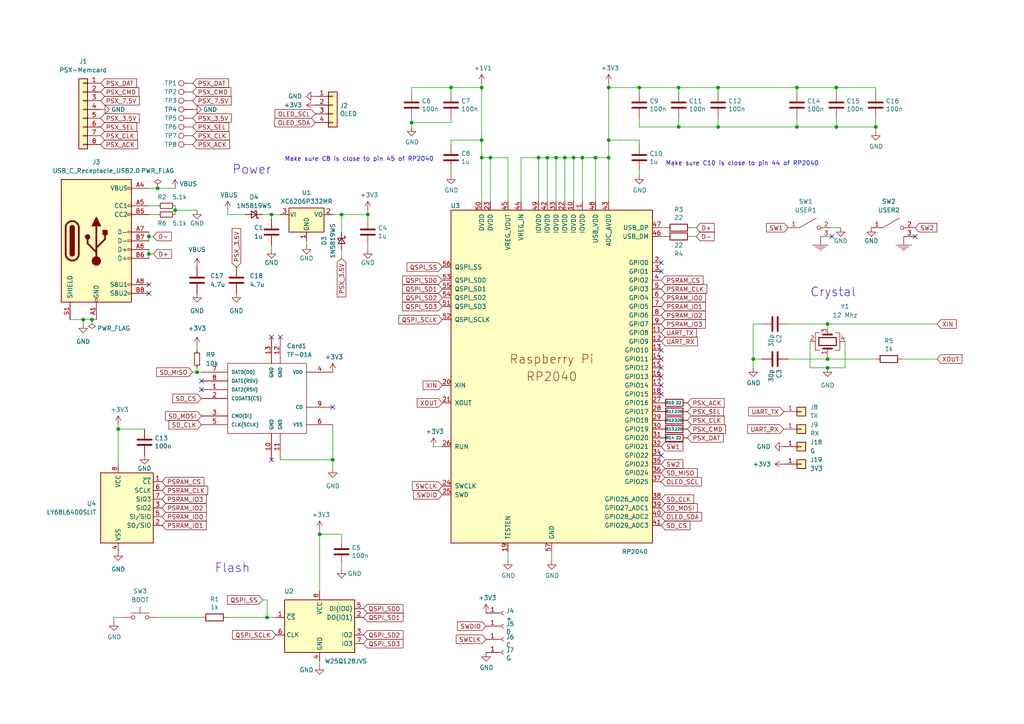
<source format=kicad_sch>
(kicad_sch (version 20211123) (generator eeschema)
  (paper "A4")
  (junction (at 240.03 106.68))
  (junction (at 50.8 60.96))
  (junction (at 158.75 45.72))
  (junction (at 43.18 68.58))
  (junction (at 168.91 45.72))
  (junction (at 166.37 45.72))
  (junction (at 43.18 73.66))
  (junction (at 231.14 36.83))
  (junction (at 176.53 40.64))
  (junction (at 231.14 25.4))
  (junction (at 161.29 45.72))
  (junction (at 163.83 45.72))
  (junction (at 106.68 62.23))
  (junction (at 242.57 25.4))
  (junction (at 26.67 92.71))
  (junction (at 254 36.83))
  (junction (at 96.52 133.35))
  (junction (at 240.03 93.98))
  (junction (at 218.44 104.14))
  (junction (at 196.85 36.83))
  (junction (at 130.81 25.4))
  (junction (at 240.03 104.14))
  (junction (at 92.71 154.94))
  (junction (at 139.7 40.64))
  (junction (at 139.7 45.72))
  (junction (at 57.15 107.95))
  (junction (at 78.74 62.23))
  (junction (at 185.42 25.4))
  (junction (at 99.06 62.23))
  (junction (at 242.57 36.83))
  (junction (at 45.72 54.61))
  (junction (at 196.85 25.4))
  (junction (at 24.13 92.71))
  (junction (at 176.53 25.4))
  (junction (at 142.24 45.72))
  (junction (at 156.21 45.72))
  (junction (at 77.47 179.07))
  (junction (at 172.72 45.72))
  (junction (at 34.29 124.46))
  (junction (at 119.38 35.56))
  (junction (at 208.28 36.83))
  (junction (at 139.7 25.4))
  (junction (at 176.53 45.72))
  (junction (at 208.28 25.4))
  (no_connect (at 43.18 82.55))
  (no_connect (at 43.18 85.09))
  (no_connect (at 191.77 109.22))
  (no_connect (at 265.43 68.58))
  (no_connect (at 241.3 68.58))
  (no_connect (at 191.77 132.08))
  (no_connect (at 96.52 118.11))
  (no_connect (at 58.42 110.49))
  (no_connect (at 58.42 113.03))
  (no_connect (at 191.77 104.14))
  (no_connect (at 191.77 101.6))
  (no_connect (at 191.77 78.74))
  (no_connect (at 191.77 76.2))
  (no_connect (at 191.77 106.68))
  (no_connect (at 191.77 111.76))
  (no_connect (at 191.77 114.3))
  (no_connect (at 78.74 133.35))
  (no_connect (at 78.74 97.79))
  (no_connect (at 81.28 97.79))
  (wire (pts (xy 242.57 36.83) (xy 254 36.83)))
  (wire (pts (xy 57.15 107.95) (xy 58.42 107.95)))
  (wire (pts (xy 130.81 35.56) (xy 130.81 34.29)))
  (wire (pts (xy 43.18 72.39) (xy 43.18 73.66)))
  (wire (pts (xy 200.66 68.58) (xy 201.93 68.58)))
  (wire (pts (xy 106.68 63.5) (xy 106.68 62.23)))
  (wire (pts (xy 185.42 41.91) (xy 185.42 40.64)))
  (wire (pts (xy 168.91 45.72) (xy 172.72 45.72)))
  (wire (pts (xy 33.02 179.07) (xy 35.56 179.07)))
  (wire (pts (xy 78.74 71.12) (xy 78.74 72.39)))
  (wire (pts (xy 34.29 123.19) (xy 34.29 124.46)))
  (wire (pts (xy 196.85 34.29) (xy 196.85 36.83)))
  (wire (pts (xy 34.29 124.46) (xy 34.29 134.62)))
  (wire (pts (xy 78.74 62.23) (xy 81.28 62.23)))
  (wire (pts (xy 196.85 25.4) (xy 208.28 25.4)))
  (wire (pts (xy 208.28 26.67) (xy 208.28 25.4)))
  (wire (pts (xy 119.38 25.4) (xy 130.81 25.4)))
  (wire (pts (xy 240.03 95.25) (xy 240.03 93.98)))
  (wire (pts (xy 254 26.67) (xy 254 25.4)))
  (wire (pts (xy 242.57 36.83) (xy 231.14 36.83)))
  (wire (pts (xy 43.18 54.61) (xy 45.72 54.61)))
  (wire (pts (xy 240.03 106.68) (xy 234.95 106.68)))
  (wire (pts (xy 254 34.29) (xy 254 36.83)))
  (wire (pts (xy 130.81 41.91) (xy 130.81 40.64)))
  (wire (pts (xy 43.18 62.23) (xy 45.72 62.23)))
  (wire (pts (xy 241.3 66.04) (xy 243.84 66.04)))
  (wire (pts (xy 240.03 93.98) (xy 271.78 93.98)))
  (wire (pts (xy 78.74 62.23) (xy 78.74 63.5)))
  (wire (pts (xy 34.29 124.46) (xy 41.91 124.46)))
  (wire (pts (xy 200.66 66.04) (xy 201.93 66.04)))
  (wire (pts (xy 218.44 93.98) (xy 218.44 104.14)))
  (wire (pts (xy 43.18 68.58) (xy 43.18 69.85)))
  (wire (pts (xy 228.6 104.14) (xy 240.03 104.14)))
  (wire (pts (xy 77.47 179.07) (xy 80.01 179.07)))
  (wire (pts (xy 158.75 58.42) (xy 158.75 45.72)))
  (wire (pts (xy 96.52 133.35) (xy 96.52 135.89)))
  (wire (pts (xy 151.13 58.42) (xy 151.13 45.72)))
  (wire (pts (xy 142.24 45.72) (xy 139.7 45.72)))
  (wire (pts (xy 57.15 106.68) (xy 57.15 107.95)))
  (wire (pts (xy 24.13 92.71) (xy 24.13 93.98)))
  (wire (pts (xy 228.6 93.98) (xy 240.03 93.98)))
  (wire (pts (xy 66.04 60.96) (xy 66.04 62.23)))
  (wire (pts (xy 231.14 26.67) (xy 231.14 25.4)))
  (wire (pts (xy 234.95 106.68) (xy 234.95 99.06)))
  (wire (pts (xy 231.14 34.29) (xy 231.14 36.83)))
  (wire (pts (xy 168.91 45.72) (xy 168.91 58.42)))
  (wire (pts (xy 242.57 34.29) (xy 242.57 36.83)))
  (wire (pts (xy 125.73 129.54) (xy 128.27 129.54)))
  (wire (pts (xy 147.32 160.02) (xy 147.32 162.56)))
  (wire (pts (xy 96.52 62.23) (xy 99.06 62.23)))
  (wire (pts (xy 119.38 34.29) (xy 119.38 35.56)))
  (wire (pts (xy 45.72 54.61) (xy 50.8 54.61)))
  (wire (pts (xy 119.38 35.56) (xy 119.38 36.83)))
  (wire (pts (xy 176.53 24.13) (xy 176.53 25.4)))
  (wire (pts (xy 161.29 45.72) (xy 163.83 45.72)))
  (wire (pts (xy 92.71 153.67) (xy 92.71 154.94)))
  (wire (pts (xy 151.13 45.72) (xy 156.21 45.72)))
  (wire (pts (xy 139.7 24.13) (xy 139.7 25.4)))
  (wire (pts (xy 130.81 40.64) (xy 139.7 40.64)))
  (wire (pts (xy 185.42 34.29) (xy 185.42 36.83)))
  (wire (pts (xy 139.7 45.72) (xy 139.7 58.42)))
  (wire (pts (xy 218.44 104.14) (xy 218.44 106.68)))
  (wire (pts (xy 160.02 160.02) (xy 160.02 162.56)))
  (wire (pts (xy 43.18 73.66) (xy 44.45 73.66)))
  (wire (pts (xy 242.57 25.4) (xy 254 25.4)))
  (wire (pts (xy 185.42 25.4) (xy 196.85 25.4)))
  (wire (pts (xy 185.42 49.53) (xy 185.42 50.8)))
  (wire (pts (xy 92.71 154.94) (xy 92.71 171.45)))
  (wire (pts (xy 196.85 36.83) (xy 185.42 36.83)))
  (wire (pts (xy 220.98 93.98) (xy 218.44 93.98)))
  (wire (pts (xy 130.81 25.4) (xy 139.7 25.4)))
  (wire (pts (xy 161.29 58.42) (xy 161.29 45.72)))
  (wire (pts (xy 99.06 154.94) (xy 92.71 154.94)))
  (wire (pts (xy 139.7 40.64) (xy 139.7 45.72)))
  (wire (pts (xy 106.68 62.23) (xy 106.68 60.96)))
  (wire (pts (xy 176.53 40.64) (xy 185.42 40.64)))
  (wire (pts (xy 43.18 68.58) (xy 44.45 68.58)))
  (wire (pts (xy 76.2 62.23) (xy 78.74 62.23)))
  (wire (pts (xy 33.02 180.34) (xy 33.02 179.07)))
  (wire (pts (xy 99.06 156.21) (xy 99.06 154.94)))
  (wire (pts (xy 163.83 45.72) (xy 166.37 45.72)))
  (wire (pts (xy 172.72 45.72) (xy 176.53 45.72)))
  (wire (pts (xy 158.75 45.72) (xy 161.29 45.72)))
  (wire (pts (xy 242.57 26.67) (xy 242.57 25.4)))
  (wire (pts (xy 139.7 25.4) (xy 139.7 40.64)))
  (wire (pts (xy 163.83 58.42) (xy 163.83 45.72)))
  (wire (pts (xy 245.11 106.68) (xy 240.03 106.68)))
  (wire (pts (xy 240.03 102.87) (xy 240.03 104.14)))
  (wire (pts (xy 99.06 163.83) (xy 99.06 165.1)))
  (wire (pts (xy 208.28 36.83) (xy 231.14 36.83)))
  (wire (pts (xy 76.2 173.99) (xy 77.47 173.99)))
  (wire (pts (xy 50.8 60.96) (xy 50.8 62.23)))
  (wire (pts (xy 50.8 59.69) (xy 50.8 60.96)))
  (wire (pts (xy 43.18 59.69) (xy 45.72 59.69)))
  (wire (pts (xy 106.68 71.12) (xy 106.68 72.39)))
  (wire (pts (xy 231.14 25.4) (xy 242.57 25.4)))
  (wire (pts (xy 96.52 123.19) (xy 96.52 133.35)))
  (wire (pts (xy 20.32 92.71) (xy 24.13 92.71)))
  (wire (pts (xy 24.13 92.71) (xy 26.67 92.71)))
  (wire (pts (xy 176.53 25.4) (xy 185.42 25.4)))
  (wire (pts (xy 240.03 104.14) (xy 254 104.14)))
  (wire (pts (xy 43.18 67.31) (xy 43.18 68.58)))
  (wire (pts (xy 66.04 62.23) (xy 71.12 62.23)))
  (wire (pts (xy 176.53 45.72) (xy 176.53 58.42)))
  (wire (pts (xy 254 36.83) (xy 254 38.1)))
  (wire (pts (xy 196.85 26.67) (xy 196.85 25.4)))
  (wire (pts (xy 119.38 35.56) (xy 130.81 35.56)))
  (wire (pts (xy 166.37 45.72) (xy 168.91 45.72)))
  (wire (pts (xy 50.8 60.96) (xy 57.15 60.96)))
  (wire (pts (xy 58.42 179.07) (xy 45.72 179.07)))
  (wire (pts (xy 55.88 107.95) (xy 57.15 107.95)))
  (wire (pts (xy 208.28 25.4) (xy 231.14 25.4)))
  (wire (pts (xy 99.06 72.39) (xy 99.06 74.93)))
  (wire (pts (xy 88.9 69.85) (xy 88.9 71.12)))
  (wire (pts (xy 99.06 62.23) (xy 106.68 62.23)))
  (wire (pts (xy 99.06 62.23) (xy 99.06 67.31)))
  (wire (pts (xy 208.28 34.29) (xy 208.28 36.83)))
  (wire (pts (xy 176.53 40.64) (xy 176.53 45.72)))
  (wire (pts (xy 156.21 58.42) (xy 156.21 45.72)))
  (wire (pts (xy 261.62 104.14) (xy 271.78 104.14)))
  (wire (pts (xy 245.11 99.06) (xy 245.11 106.68)))
  (wire (pts (xy 92.71 191.77) (xy 92.71 193.04)))
  (wire (pts (xy 142.24 58.42) (xy 142.24 45.72)))
  (wire (pts (xy 191.77 66.04) (xy 193.04 66.04)))
  (wire (pts (xy 43.18 73.66) (xy 43.18 74.93)))
  (wire (pts (xy 130.81 26.67) (xy 130.81 25.4)))
  (wire (pts (xy 191.77 68.58) (xy 193.04 68.58)))
  (wire (pts (xy 156.21 45.72) (xy 158.75 45.72)))
  (wire (pts (xy 172.72 58.42) (xy 172.72 45.72)))
  (wire (pts (xy 77.47 173.99) (xy 77.47 179.07)))
  (wire (pts (xy 119.38 26.67) (xy 119.38 25.4)))
  (wire (pts (xy 220.98 104.14) (xy 218.44 104.14)))
  (wire (pts (xy 57.15 100.33) (xy 57.15 101.6)))
  (wire (pts (xy 130.81 49.53) (xy 130.81 50.8)))
  (wire (pts (xy 147.32 45.72) (xy 142.24 45.72)))
  (wire (pts (xy 185.42 26.67) (xy 185.42 25.4)))
  (wire (pts (xy 166.37 58.42) (xy 166.37 45.72)))
  (wire (pts (xy 66.04 179.07) (xy 77.47 179.07)))
  (wire (pts (xy 208.28 36.83) (xy 196.85 36.83)))
  (wire (pts (xy 26.67 92.71) (xy 27.94 92.71)))
  (wire (pts (xy 81.28 133.35) (xy 96.52 133.35)))
  (wire (pts (xy 176.53 25.4) (xy 176.53 40.64)))
  (wire (pts (xy 147.32 58.42) (xy 147.32 45.72)))
  (text "Make sure C10 is close to pin 44 of RP2040" (at 193.04 48.26 0) (effects (font (size 1.27 1.27)) (justify left bottom)))
  (text "Make sure C8 is close to pin 45 of RP2040" (at 82.55 46.99 0) (effects (font (size 1.27 1.27)) (justify left bottom)))
  (text "Crystal" (at 234.95 86.36 0) (effects (font (size 2.54 2.54)) (justify left bottom)))
  (text "Power" (at 67.31 50.8 0) (effects (font (size 2.54 2.54)) (justify left bottom)))
  (text "Flash" (at 62.23 166.37 0) (effects (font (size 2.54 2.54)) (justify left bottom)))
  (global_label "SD_CLK" (shape input) (at 58.42 123.19 180) (property "Intersheet References" "${INTERSHEET_REFS}" (effects hide)))
  (global_label "PSRAM_IO2" (shape input) (at 191.77 91.44 0) (property "Intersheet References" "${INTERSHEET_REFS}" (effects hide)))
  (global_label "XOUT" (shape input) (at 128.27 116.84 180) (property "Intersheet References" "${INTERSHEET_REFS}" (effects hide)))
  (global_label "SD_MOSI" (shape input) (at 58.42 120.65 180) (property "Intersheet References" "${INTERSHEET_REFS}" (effects hide)))
  (global_label "PSX_CMD" (shape input) (at 55.88 26.67 0) (property "Intersheet References" "${INTERSHEET_REFS}" (effects hide)))
  (global_label "QSPI_SS" (shape input) (at 76.2 173.99 180) (property "Intersheet References" "${INTERSHEET_REFS}" (effects hide)))
  (global_label "PSRAM_CLK" (shape input) (at 191.77 83.82 0) (property "Intersheet References" "${INTERSHEET_REFS}" (effects hide)))
  (global_label "QSPI_SD1" (shape input) (at 105.41 179.07 0) (property "Intersheet References" "${INTERSHEET_REFS}" (effects hide)))
  (global_label "PSRAM_CS" (shape input) (at 46.99 139.7 0) (property "Intersheet References" "${INTERSHEET_REFS}" (effects hide)))
  (global_label "SWDIO" (shape input) (at 128.27 143.51 180) (property "Intersheet References" "${INTERSHEET_REFS}" (effects hide)))
  (global_label "QSPI_SD1" (shape input) (at 128.27 83.82 180) (property "Intersheet References" "${INTERSHEET_REFS}" (effects hide)))
  (global_label "PSX_ACK" (shape input) (at 29.21 41.91 0) (property "Intersheet References" "${INTERSHEET_REFS}" (effects hide)))
  (global_label "PSX_SEL" (shape input) (at 199.39 119.38 0) (property "Intersheet References" "${INTERSHEET_REFS}" (effects hide)))
  (global_label "PSX_3.5V" (shape input) (at 55.88 34.29 0) (property "Intersheet References" "${INTERSHEET_REFS}" (effects hide)))
  (global_label "UART_TX" (shape input) (at 191.77 96.52 0) (property "Intersheet References" "${INTERSHEET_REFS}" (effects hide)))
  (global_label "QSPI_SD3" (shape input) (at 128.27 88.9 180) (property "Intersheet References" "${INTERSHEET_REFS}" (effects hide)))
  (global_label "QSPI_SCLK" (shape input) (at 128.27 92.71 180) (property "Intersheet References" "${INTERSHEET_REFS}" (effects hide)))
  (global_label "D+" (shape input) (at 201.93 66.04 0) (property "Intersheet References" "${INTERSHEET_REFS}" (effects hide)))
  (global_label "UART_RX" (shape input) (at 227.33 124.46 180) (property "Intersheet References" "${INTERSHEET_REFS}" (effects hide)))
  (global_label "PSX_CMD" (shape input) (at 29.21 26.67 0) (property "Intersheet References" "${INTERSHEET_REFS}" (effects hide)))
  (global_label "XIN" (shape input) (at 128.27 111.76 180) (property "Intersheet References" "${INTERSHEET_REFS}" (effects hide)))
  (global_label "D+" (shape input) (at 44.45 73.66 0) (property "Intersheet References" "${INTERSHEET_REFS}" (effects hide)))
  (global_label "SW1" (shape input) (at 228.6 66.04 180) (property "Intersheet References" "${INTERSHEET_REFS}" (effects hide)))
  (global_label "PSX_3.5V" (shape input) (at 68.58 77.47 90) (property "Intersheet References" "${INTERSHEET_REFS}" (effects hide)))
  (global_label "XOUT" (shape input) (at 271.78 104.14 0) (property "Intersheet References" "${INTERSHEET_REFS}" (effects hide)))
  (global_label "OLED_SDA" (shape input) (at 91.44 35.56 180) (property "Intersheet References" "${INTERSHEET_REFS}" (effects hide)))
  (global_label "OLED_SDA" (shape input) (at 191.77 149.86 0) (property "Intersheet References" "${INTERSHEET_REFS}" (effects hide)))
  (global_label "PSX_CLK" (shape input) (at 199.39 121.92 0) (property "Intersheet References" "${INTERSHEET_REFS}" (effects hide)))
  (global_label "QSPI_SS" (shape input) (at 128.27 77.47 180) (property "Intersheet References" "${INTERSHEET_REFS}" (effects hide)))
  (global_label "PSRAM_IO0" (shape input) (at 191.77 86.36 0) (property "Intersheet References" "${INTERSHEET_REFS}" (effects hide)))
  (global_label "PSX_ACK" (shape input) (at 55.88 41.91 0) (property "Intersheet References" "${INTERSHEET_REFS}" (effects hide)))
  (global_label "PSX_SEL" (shape input) (at 55.88 36.83 0) (property "Intersheet References" "${INTERSHEET_REFS}" (effects hide)))
  (global_label "PSRAM_IO1" (shape input) (at 46.99 152.4 0) (property "Intersheet References" "${INTERSHEET_REFS}" (effects hide)))
  (global_label "PSX_3.5V" (shape input) (at 99.06 74.93 270) (property "Intersheet References" "${INTERSHEET_REFS}" (effects hide)))
  (global_label "PSRAM_IO3" (shape input) (at 191.77 93.98 0) (property "Intersheet References" "${INTERSHEET_REFS}" (effects hide)))
  (global_label "PSX_CLK" (shape input) (at 29.21 39.37 0) (property "Intersheet References" "${INTERSHEET_REFS}" (effects hide)))
  (global_label "QSPI_SD2" (shape input) (at 105.41 184.15 0) (property "Intersheet References" "${INTERSHEET_REFS}" (effects hide)))
  (global_label "QSPI_SD0" (shape input) (at 128.27 81.28 180) (property "Intersheet References" "${INTERSHEET_REFS}" (effects hide)))
  (global_label "SW2" (shape input) (at 265.43 66.04 0) (property "Intersheet References" "${INTERSHEET_REFS}" (effects hide)))
  (global_label "PSX_7.5V" (shape input) (at 29.21 29.21 0) (property "Intersheet References" "${INTERSHEET_REFS}" (effects hide)))
  (global_label "SW2" (shape input) (at 191.77 134.62 0) (property "Intersheet References" "${INTERSHEET_REFS}" (effects hide)))
  (global_label "SD_MISO" (shape input) (at 55.88 107.95 180) (property "Intersheet References" "${INTERSHEET_REFS}" (effects hide)))
  (global_label "PSRAM_IO0" (shape input) (at 46.99 149.86 0) (property "Intersheet References" "${INTERSHEET_REFS}" (effects hide)))
  (global_label "PSX_3.5V" (shape input) (at 29.21 34.29 0) (property "Intersheet References" "${INTERSHEET_REFS}" (effects hide)))
  (global_label "OLED_SCL" (shape input) (at 91.44 33.02 180) (property "Intersheet References" "${INTERSHEET_REFS}" (effects hide)))
  (global_label "D-" (shape input) (at 201.93 68.58 0) (property "Intersheet References" "${INTERSHEET_REFS}" (effects hide)))
  (global_label "QSPI_SCLK" (shape input) (at 80.01 184.15 180) (property "Intersheet References" "${INTERSHEET_REFS}" (effects hide)))
  (global_label "SD_MOSI" (shape input) (at 191.77 147.32 0) (property "Intersheet References" "${INTERSHEET_REFS}" (effects hide)))
  (global_label "PSRAM_CS" (shape input) (at 191.77 81.28 0) (property "Intersheet References" "${INTERSHEET_REFS}" (effects hide)))
  (global_label "PSRAM_IO1" (shape input) (at 191.77 88.9 0) (property "Intersheet References" "${INTERSHEET_REFS}" (effects hide)))
  (global_label "QSPI_SD3" (shape input) (at 105.41 186.69 0) (property "Intersheet References" "${INTERSHEET_REFS}" (effects hide)))
  (global_label "QSPI_SD2" (shape input) (at 128.27 86.36 180) (property "Intersheet References" "${INTERSHEET_REFS}" (effects hide)))
  (global_label "PSX_7.5V" (shape input) (at 55.88 29.21 0) (property "Intersheet References" "${INTERSHEET_REFS}" (effects hide)))
  (global_label "PSX_CMD" (shape input) (at 199.39 124.46 0) (property "Intersheet References" "${INTERSHEET_REFS}" (effects hide)))
  (global_label "PSX_CLK" (shape input) (at 55.88 39.37 0) (property "Intersheet References" "${INTERSHEET_REFS}" (effects hide)))
  (global_label "SW1" (shape input) (at 191.77 129.54 0) (property "Intersheet References" "${INTERSHEET_REFS}" (effects hide)))
  (global_label "UART_TX" (shape input) (at 227.33 119.38 180) (property "Intersheet References" "${INTERSHEET_REFS}" (effects hide)))
  (global_label "PSRAM_CLK" (shape input) (at 46.99 142.24 0) (property "Intersheet References" "${INTERSHEET_REFS}" (effects hide)))
  (global_label "PSX_ACK" (shape input) (at 199.39 116.84 0) (property "Intersheet References" "${INTERSHEET_REFS}" (effects hide)))
  (global_label "D-" (shape input) (at 44.45 68.58 0) (property "Intersheet References" "${INTERSHEET_REFS}" (effects hide)))
  (global_label "SWDIO" (shape input) (at 140.97 181.61 180) (property "Intersheet References" "${INTERSHEET_REFS}" (effects hide)))
  (global_label "SWCLK" (shape input) (at 128.27 140.97 180) (property "Intersheet References" "${INTERSHEET_REFS}" (effects hide)))
  (global_label "PSX_DAT" (shape input) (at 29.21 24.13 0) (property "Intersheet References" "${INTERSHEET_REFS}" (effects hide)))
  (global_label "OLED_SCL" (shape input) (at 191.77 139.7 0) (property "Intersheet References" "${INTERSHEET_REFS}" (effects hide)))
  (global_label "PSRAM_IO2" (shape input) (at 46.99 147.32 0) (property "Intersheet References" "${INTERSHEET_REFS}" (effects hide)))
  (global_label "PSX_DAT" (shape input) (at 199.39 127 0) (property "Intersheet References" "${INTERSHEET_REFS}" (effects hide)))
  (global_label "UART_RX" (shape input) (at 191.77 99.06 0) (property "Intersheet References" "${INTERSHEET_REFS}" (effects hide)))
  (global_label "SD_CLK" (shape input) (at 191.77 144.78 0) (property "Intersheet References" "${INTERSHEET_REFS}" (effects hide)))
  (global_label "XIN" (shape input) (at 271.78 93.98 0) (property "Intersheet References" "${INTERSHEET_REFS}" (effects hide)))
  (global_label "QSPI_SD0" (shape input) (at 105.41 176.53 0) (property "Intersheet References" "${INTERSHEET_REFS}" (effects hide)))
  (global_label "PSX_DAT" (shape input) (at 55.88 24.13 0) (property "Intersheet References" "${INTERSHEET_REFS}" (effects hide)))
  (global_label "SD_CS" (shape input) (at 191.77 152.4 0) (property "Intersheet References" "${INTERSHEET_REFS}" (effects hide)))
  (global_label "PSRAM_IO3" (shape input) (at 46.99 144.78 0) (property "Intersheet References" "${INTERSHEET_REFS}" (effects hide)))
  (global_label "SD_MISO" (shape input) (at 191.77 137.16 0) (property "Intersheet References" "${INTERSHEET_REFS}" (effects hide)))
  (global_label "SD_CS" (shape input) (at 58.42 115.57 180) (property "Intersheet References" "${INTERSHEET_REFS}" (effects hide)))
  (global_label "SWCLK" (shape input) (at 140.97 185.42 180) (property "Intersheet References" "${INTERSHEET_REFS}" (effects hide)))
  (global_label "PSX_SEL" (shape input) (at 29.21 36.83 0) (property "Intersheet References" "${INTERSHEET_REFS}" (effects hide)))
  (symbol (lib_id "power:+3V3") (at 125.73 129.54 0) (unit 1)
    (property "Reference" "#PWR0119" (effects hide))
    (property "Value" "+3V3" (at 126.111 125.1458 0))
  )
  (symbol (lib_id "Regulator_Linear:XC6206PxxxMR") (at 88.9 62.23 0) (unit 1)
    (property "Reference" "U1" (at 88.9 55.88 0))
    (property "Value" "XC6206P332MR" (at 88.9 58.42 0))
    (property "Footprint" "Package_TO_SOT_SMD:SOT-23" (effects hide))
    (property "Datasheet" "https://www.torexsemi.com/file/xc6206/XC6206.pdf" (effects hide))
    (property "LCSC" "C5446" (effects hide))
    (property "JLCPCB_CORRECTION" "0;0;180" (effects hide))
  )
  (symbol (lib_id "Device:C") (at 185.42 30.48 0) (unit 1)
    (property "Reference" "C9" (at 188.341 29.3116 0) (effects (justify left)))
    (property "Value" "100n" (at 188.341 31.623 0) (effects (justify left)))
    (property "Footprint" "Capacitor_SMD:C_0402_1005Metric" (effects hide))
    (property "LCSC" "C1525" (effects hide))
  )
  (symbol (lib_id "power:GND") (at 218.44 106.68 0) (unit 1)
    (property "Reference" "#PWR06" (effects hide))
    (property "Value" "GND" (at 218.567 111.0742 0))
  )
  (symbol (lib_id "Device:C") (at 208.28 30.48 0) (unit 1)
    (property "Reference" "C12" (at 211.201 29.3116 0) (effects (justify left)))
    (property "Value" "100n" (at 211.201 31.623 0) (effects (justify left)))
    (property "Footprint" "Capacitor_SMD:C_0402_1005Metric" (effects hide))
    (property "LCSC" "C1525" (effects hide))
  )
  (symbol (lib_id "power:GND") (at 119.38 36.83 0) (unit 1)
    (property "Reference" "#PWR012" (effects hide))
    (property "Value" "GND" (at 119.507 41.2242 0))
  )
  (symbol (lib_id "Memory_RAM:ESP-PSRAM32") (at 36.83 147.32 0) (unit 1)
    (property "Reference" "U4" (at 27.94 146.0499 0) (effects (justify right)))
    (property "Value" "LY68L6400SLIT" (at 27.94 148.5899 0) (effects (justify right)))
    (property "Footprint" "Package_SO:SOIC-8_3.9x4.9mm_P1.27mm" (effects hide))
    (property "Datasheet" "https://www.espressif.com/sites/default/files/documentation/esp-psram32_datasheet_en.pdf" (effects hide))
    (property "LCSC" "C261881" (effects hide))
    (property "JLCPCB_CORRECTION" "0;0;270" (effects hide))
  )
  (symbol (lib_id "Device:R_Small") (at 48.26 62.23 270) (unit 1)
    (property "Reference" "R6" (at 46.99 64.77 90))
    (property "Value" "5.1k" (at 52.07 64.77 90))
    (property "Footprint" "Resistor_SMD:R_0402_1005Metric" (effects hide))
    (property "LCSC" "C25905" (effects hide))
  )
  (symbol (lib_id "Connector:TestPoint") (at 55.88 26.67 90) (unit 1)
    (property "Reference" "TP2" (at 49.53 26.67 90))
    (property "Value" "TestPoint" (effects hide))
    (property "Footprint" "TestPoint:TestPoint_Pad_D1.0mm" (effects hide))
  )
  (symbol (lib_id "power:+1V1") (at 139.7 24.13 0) (unit 1)
    (property "Reference" "#PWR014" (effects hide))
    (property "Value" "+1V1" (at 140.081 19.7358 0))
  )
  (symbol (lib_id "power:VBUS") (at 50.8 54.61 0) (unit 1)
    (property "Reference" "#PWR0101" (effects hide))
    (property "Value" "VBUS" (at 54.61 53.34 0))
  )
  (symbol (lib_id "Connector_Generic:Conn_01x01") (at 232.41 129.54 0) (unit 1)
    (property "Reference" "J18" (at 234.95 128.2699 0) (effects (justify left)))
    (property "Value" "G" (at 234.95 130.8099 0) (effects (justify left)))
    (property "Footprint" "TestPoint:TestPoint_Pad_D1.0mm" (effects hide))
  )
  (symbol (lib_id "power:GND") (at 24.13 93.98 0) (unit 1)
    (property "Reference" "#PWR0106" (effects hide))
    (property "Value" "GND" (at 24.13 99.06 0))
  )
  (symbol (lib_id "power:GND") (at 33.02 180.34 0) (unit 1)
    (property "Reference" "#PWR02" (effects hide))
    (property "Value" "GND" (at 33.147 184.7342 0))
  )
  (symbol (lib_id "Connector:Conn_01x01_Female") (at 146.05 189.23 0) (unit 1)
    (property "Reference" "J7" (at 146.7612 188.5696 0) (effects (justify left)))
    (property "Value" "G" (at 146.7612 190.881 0) (effects (justify left)))
    (property "Footprint" "TestPoint:TestPoint_Pad_D1.5mm" (effects hide))
  )
  (symbol (lib_id "power:+3V3") (at 91.44 30.48 90) (unit 1)
    (property "Reference" "#PWR0115" (effects hide))
    (property "Value" "+3V3" (at 87.63 30.4799 90) (effects (justify left)))
  )
  (symbol (lib_id "power:GND") (at 227.33 129.54 270) (unit 1)
    (property "Reference" "#PWR020" (effects hide))
    (property "Value" "GND" (at 223.52 129.5399 90) (effects (justify right)))
  )
  (symbol (lib_id "Device:D_Schottky_Small") (at 73.66 62.23 180) (unit 1)
    (property "Reference" "D4" (at 73.66 57.15 0))
    (property "Value" "1N5819WS" (at 73.66 59.69 0))
    (property "Footprint" "Diode_SMD:D_SOD-323" (effects hide))
    (property "LCSC" "C191023" (effects hide))
  )
  (symbol (lib_id "Device:C") (at 130.81 30.48 0) (unit 1)
    (property "Reference" "C7" (at 133.731 29.3116 0) (effects (justify left)))
    (property "Value" "100n" (at 133.731 31.623 0) (effects (justify left)))
    (property "Footprint" "Capacitor_SMD:C_0402_1005Metric" (effects hide))
    (property "LCSC" "C1525" (effects hide))
  )
  (symbol (lib_id "Device:R") (at 195.58 119.38 270) (unit 1)
    (property "Reference" "R11" (at 194.31 119.38 90) (effects (font (size 0.8 0.8))))
    (property "Value" "220" (at 196.85 119.38 90) (effects (font (size 0.8 0.8))))
    (property "Footprint" "Resistor_SMD:R_0402_1005Metric" (effects hide))
    (property "LCSC" "C25091" (effects hide))
  )
  (symbol (lib_id "kicad_lceda:TF-01A") (at 77.47 115.57 0) (unit 1)
    (property "Reference" "Card1" (at 83.1457 100.33 0) (effects (justify left)))
    (property "Value" "TF-01A" (at 83.1457 102.87 0) (effects (justify left)))
    (property "Footprint" "kicad_lceda:TF-SMD_TF-01A" (effects hide))
    (property "Datasheet" "http://www.szlcsc.com/product/details_92334.html" (effects hide))
    (property "SuppliersPartNumber" "C91145" (effects hide))
    (property "uuid" "std:3d240747a85043e08408d9845ebe7995" (effects hide))
    (property "LCSC" "C91145" (effects hide))
  )
  (symbol (lib_id "power:+3V3") (at 57.15 100.33 0) (unit 1)
    (property "Reference" "#PWR0113" (effects hide))
    (property "Value" "+3V3" (at 57.15 95.25 0))
  )
  (symbol (lib_id "power:GND") (at 57.15 85.09 0) (unit 1)
    (property "Reference" "#PWR0112" (effects hide))
    (property "Value" "GND" (at 57.15 90.17 0))
  )
  (symbol (lib_id "power:GND") (at 34.29 160.02 0) (unit 1)
    (property "Reference" "#PWR0120" (effects hide))
    (property "Value" "GND" (at 34.29 165.1 0))
  )
  (symbol (lib_id "power:GND") (at 254 38.1 0) (unit 1)
    (property "Reference" "#PWR023" (effects hide))
    (property "Value" "GND" (at 254.127 42.4942 0))
  )
  (symbol (lib_id "Device:R") (at 195.58 124.46 270) (unit 1)
    (property "Reference" "R13" (at 194.31 124.46 90) (effects (font (size 0.8 0.8))))
    (property "Value" "220" (at 196.85 124.46 90) (effects (font (size 0.8 0.8))))
    (property "Footprint" "Resistor_SMD:R_0402_1005Metric" (effects hide))
    (property "LCSC" "C25091" (effects hide))
  )
  (symbol (lib_id "Connector:TestPoint") (at 55.88 36.83 90) (unit 1)
    (property "Reference" "TP6" (at 49.53 36.83 90))
    (property "Value" "TestPoint" (effects hide))
    (property "Footprint" "TestPoint:TestPoint_Pad_D1.0mm" (effects hide))
  )
  (symbol (lib_id "Device:C") (at 99.06 160.02 0) (unit 1)
    (property "Reference" "C5" (at 101.981 158.8516 0) (effects (justify left)))
    (property "Value" "100n" (at 101.981 161.163 0) (effects (justify left)))
    (property "Footprint" "Capacitor_SMD:C_0402_1005Metric" (effects hide))
    (property "LCSC" "C1525" (effects hide))
  )
  (symbol (lib_id "power:GND") (at 41.91 132.08 0) (unit 1)
    (property "Reference" "#PWR022" (effects hide))
    (property "Value" "GND" (at 41.91 135.89 0))
  )
  (symbol (lib_id "power:VBUS") (at 57.15 77.47 0) (unit 1)
    (property "Reference" "#PWR0111" (effects hide))
    (property "Value" "VBUS" (at 57.15 72.39 0))
  )
  (symbol (lib_id "power:GND") (at 57.15 60.96 0) (unit 1)
    (property "Reference" "#PWR0105" (effects hide))
    (property "Value" "GND" (at 57.15 64.77 0))
  )
  (symbol (lib_id "Device:R") (at 195.58 116.84 270) (unit 1)
    (property "Reference" "R10" (at 194.31 116.84 90) (effects (font (size 0.8 0.8))))
    (property "Value" "22" (at 196.85 116.84 90) (effects (font (size 0.8 0.8))))
    (property "Footprint" "Resistor_SMD:R_0402_1005Metric" (effects hide))
    (property "LCSC" "C25092" (effects hide))
  )
  (symbol (lib_id "Device:C") (at 130.81 45.72 0) (unit 1)
    (property "Reference" "C8" (at 133.731 44.5516 0) (effects (justify left)))
    (property "Value" "1u" (at 133.731 46.863 0) (effects (justify left)))
    (property "Footprint" "Capacitor_SMD:C_0402_1005Metric" (effects hide))
    (property "LCSC" "C52923" (effects hide))
  )
  (symbol (lib_id "Switch:SW_Push") (at 40.64 179.07 0) (unit 1)
    (property "Reference" "SW3" (at 40.64 171.45 0))
    (property "Value" "BOOT" (at 40.64 173.99 0))
    (property "Footprint" "Connector_PinHeader_2.00mm:PinHeader_1x02_P2.00mm_Vertical" (effects hide))
    (property "SuppliersPartNumber" "C393942" (effects hide))
    (property "uuid" "std:011ee46cdc964900a13c320feaf84dfd" (effects hide))
    (property "LCSC" "C393942" (effects hide))
  )
  (symbol (lib_id "Connector:TestPoint") (at 55.88 34.29 90) (unit 1)
    (property "Reference" "TP5" (at 49.53 34.29 90))
    (property "Value" "TestPoint" (effects hide))
    (property "Footprint" "TestPoint:TestPoint_Pad_D1.0mm" (effects hide))
  )
  (symbol (lib_id "Connector_Generic:Conn_01x01") (at 232.41 134.62 0) (unit 1)
    (property "Reference" "J19" (at 234.95 133.3499 0) (effects (justify left)))
    (property "Value" "3V3" (at 234.95 135.8899 0) (effects (justify left)))
    (property "Footprint" "TestPoint:TestPoint_Pad_D1.0mm" (effects hide))
  )
  (symbol (lib_id "Connector_Generic:Conn_01x01") (at 232.41 124.46 0) (unit 1)
    (property "Reference" "J9" (at 234.95 123.1899 0) (effects (justify left)))
    (property "Value" "RX" (at 234.95 125.7299 0) (effects (justify left)))
    (property "Footprint" "TestPoint:TestPoint_Pad_D1.0mm" (effects hide))
  )
  (symbol (lib_id "Device:C") (at 254 30.48 0) (unit 1)
    (property "Reference" "C16" (at 256.921 29.3116 0) (effects (justify left)))
    (property "Value" "100n" (at 256.921 31.623 0) (effects (justify left)))
    (property "Footprint" "Capacitor_SMD:C_0402_1005Metric" (effects hide))
    (property "LCSC" "C1525" (effects hide))
  )
  (symbol (lib_id "power:GND") (at 252.73 66.04 0) (unit 1)
    (property "Reference" "#PWR0110" (effects hide))
    (property "Value" "GND" (at 252.73 69.85 0))
  )
  (symbol (lib_id "Connector_Generic:Conn_01x08") (at 24.13 31.75 0) (mirror y) (unit 1)
    (property "Reference" "J1" (at 24.13 17.78 0))
    (property "Value" "PSX-Memcard" (at 24.13 20.32 0))
    (property "Footprint" "PSX:PlayStation_Memory_Card" (effects hide))
  )
  (symbol (lib_id "Device:C") (at 224.79 93.98 270) (unit 1)
    (property "Reference" "C2" (at 225.9584 96.901 0) (effects (justify left)))
    (property "Value" "30p" (at 223.647 96.901 0) (effects (justify left)))
    (property "Footprint" "Capacitor_SMD:C_0402_1005Metric" (effects hide))
    (property "LCSC" "C1570" (effects hide))
  )
  (symbol (lib_id "power:GND") (at 92.71 193.04 0) (unit 1)
    (property "Reference" "#PWR08" (effects hide))
    (property "Value" "GND" (at 88.9 194.31 0))
  )
  (symbol (lib_id "Device:D_Schottky_Small") (at 99.06 69.85 270) (unit 1)
    (property "Reference" "D3" (at 93.98 69.85 0))
    (property "Value" "1N5819WS" (at 96.52 69.85 0))
    (property "Footprint" "Diode_SMD:D_SOD-323" (effects hide))
    (property "LCSC" "C191023" (effects hide))
  )
  (symbol (lib_id "Device:C") (at 224.79 104.14 270) (unit 1)
    (property "Reference" "C3" (at 225.9584 107.061 0) (effects (justify left)))
    (property "Value" "30p" (at 223.647 107.061 0) (effects (justify left)))
    (property "Footprint" "Capacitor_SMD:C_0402_1005Metric" (effects hide))
    (property "LCSC" "C1570" (effects hide))
  )
  (symbol (lib_id "Device:R") (at 196.85 68.58 270) (unit 1)
    (property "Reference" "R4" (at 196.85 73.66 90))
    (property "Value" "22" (at 196.85 71.12 90))
    (property "Footprint" "Resistor_SMD:R_0402_1005Metric" (effects hide))
    (property "LCSC" "C25092" (effects hide))
  )
  (symbol (lib_id "Device:C") (at 106.68 67.31 0) (unit 1)
    (property "Reference" "C4" (at 109.601 66.1416 0) (effects (justify left)))
    (property "Value" "1u" (at 109.601 68.453 0) (effects (justify left)))
    (property "Footprint" "Capacitor_SMD:C_0402_1005Metric" (effects hide))
    (property "LCSC" "C52923" (effects hide))
  )
  (symbol (lib_id "power:VBUS") (at 66.04 60.96 0) (unit 1)
    (property "Reference" "#PWR03" (effects hide))
    (property "Value" "VBUS" (at 66.421 56.5658 0))
  )
  (symbol (lib_id "power:+3V3") (at 92.71 153.67 0) (unit 1)
    (property "Reference" "#PWR07" (effects hide))
    (property "Value" "+3V3" (at 93.091 149.2758 0))
  )
  (symbol (lib_id "power:GND") (at 99.06 165.1 0) (unit 1)
    (property "Reference" "#PWR011" (effects hide))
    (property "Value" "GND" (at 102.87 166.37 0))
  )
  (symbol (lib_id "power:GND") (at 88.9 71.12 0) (unit 1)
    (property "Reference" "#PWR05" (effects hide))
    (property "Value" "GND" (at 88.9 74.93 0))
  )
  (symbol (lib_id "power:+3V3") (at 176.53 24.13 0) (unit 1)
    (property "Reference" "#PWR017" (effects hide))
    (property "Value" "+3V3" (at 176.911 19.7358 0))
  )
  (symbol (lib_id "Device:C") (at 231.14 30.48 0) (unit 1)
    (property "Reference" "C14" (at 234.061 29.3116 0) (effects (justify left)))
    (property "Value" "100n" (at 234.061 31.623 0) (effects (justify left)))
    (property "Footprint" "Capacitor_SMD:C_0402_1005Metric" (effects hide))
    (property "LCSC" "C1525" (effects hide))
  )
  (symbol (lib_id "Device:C") (at 78.74 67.31 0) (unit 1)
    (property "Reference" "C1" (at 73.66 66.04 0) (effects (justify left)))
    (property "Value" "1u" (at 73.66 68.58 0) (effects (justify left)))
    (property "Footprint" "Capacitor_SMD:C_0402_1005Metric" (effects hide))
    (property "LCSC" "C52923" (effects hide))
  )
  (symbol (lib_id "power:PWR_FLAG") (at 45.72 54.61 0) (unit 1)
    (property "Reference" "#FLG0101" (effects hide))
    (property "Value" "PWR_FLAG" (at 45.72 49.53 0))
  )
  (symbol (lib_id "Connector_Generic:Conn_01x04") (at 96.52 30.48 0) (unit 1)
    (property "Reference" "J2" (at 98.552 30.6832 0) (effects (justify left)))
    (property "Value" "OLED" (at 98.552 32.9946 0) (effects (justify left)))
    (property "Footprint" "kicad_lceda:SSD1306" (effects hide))
  )
  (symbol (lib_id "power:GND") (at 147.32 162.56 0) (unit 1)
    (property "Reference" "#PWR015" (effects hide))
    (property "Value" "GND" (at 147.447 166.9542 0))
  )
  (symbol (lib_id "Connector:Conn_01x01_Female") (at 146.05 177.8 0) (unit 1)
    (property "Reference" "J4" (at 146.7612 177.1396 0) (effects (justify left)))
    (property "Value" "+" (at 146.7612 179.451 0) (effects (justify left)))
    (property "Footprint" "TestPoint:TestPoint_Pad_D1.5mm" (effects hide))
  )
  (symbol (lib_id "power:+3V3") (at 34.29 123.19 0) (unit 1)
    (property "Reference" "#PWR0121" (effects hide))
    (property "Value" "+3V3" (at 34.671 118.7958 0))
  )
  (symbol (lib_id "MCU_RaspberryPi_RP2040:RP2040") (at 160.02 109.22 0) (unit 1)
    (property "Reference" "U3" (at 132.08 59.69 0))
    (property "Value" "RP2040" (at 184.15 160.02 0))
    (property "Footprint" "RP2040_minimal:RP2040-QFN-56" (effects hide))
    (property "LCSC" "C2040" (effects hide))
  )
  (symbol (lib_id "power:GND") (at 78.74 72.39 0) (unit 1)
    (property "Reference" "#PWR04" (effects hide))
    (property "Value" "GND" (at 78.74 76.2 0))
  )
  (symbol (lib_id "power:+3V3") (at 227.33 134.62 90) (unit 1)
    (property "Reference" "#PWR021" (effects hide))
    (property "Value" "+3V3" (at 220.98 134.62 90))
  )
  (symbol (lib_id "Device:R") (at 195.58 121.92 270) (unit 1)
    (property "Reference" "R12" (at 194.31 121.92 90) (effects (font (size 0.8 0.8))))
    (property "Value" "220" (at 196.85 121.92 90) (effects (font (size 0.8 0.8))))
    (property "Footprint" "Resistor_SMD:R_0402_1005Metric" (effects hide))
    (property "LCSC" "C25091" (effects hide))
  )
  (symbol (lib_id "Device:C") (at 119.38 30.48 0) (unit 1)
    (property "Reference" "C6" (at 122.301 29.3116 0) (effects (justify left)))
    (property "Value" "100n" (at 122.301 31.623 0) (effects (justify left)))
    (property "Footprint" "Capacitor_SMD:C_0402_1005Metric" (effects hide))
    (property "LCSC" "C1525" (effects hide))
  )
  (symbol (lib_id "power:GND") (at 130.81 50.8 0) (unit 1)
    (property "Reference" "#PWR013" (effects hide))
    (property "Value" "GND" (at 130.937 55.1942 0))
  )
  (symbol (lib_id "Device:C") (at 196.85 30.48 0) (unit 1)
    (property "Reference" "C11" (at 199.771 29.3116 0) (effects (justify left)))
    (property "Value" "100n" (at 199.771 31.623 0) (effects (justify left)))
    (property "Footprint" "Capacitor_SMD:C_0402_1005Metric" (effects hide))
    (property "LCSC" "C1525" (effects hide))
  )
  (symbol (lib_id "Device:R_Small") (at 48.26 59.69 90) (unit 1)
    (property "Reference" "R2" (at 46.99 57.15 90))
    (property "Value" "5.1k" (at 52.07 57.15 90))
    (property "Footprint" "Resistor_SMD:R_0402_1005Metric" (effects hide))
    (property "LCSC" "C25905" (effects hide))
  )
  (symbol (lib_id "Connector:TestPoint") (at 55.88 29.21 90) (unit 1)
    (property "Reference" "TP3" (at 49.53 29.21 90))
    (property "Value" "TestPoint" (effects hide))
    (property "Footprint" "TestPoint:TestPoint_Pad_D1.0mm" (effects hide))
  )
  (symbol (lib_id "Connector_Generic:Conn_01x01") (at 232.41 119.38 0) (unit 1)
    (property "Reference" "J8" (at 234.95 118.1099 0) (effects (justify left)))
    (property "Value" "TX" (at 234.95 120.6499 0) (effects (justify left)))
    (property "Footprint" "TestPoint:TestPoint_Pad_D1.0mm" (effects hide))
  )
  (symbol (lib_id "power:GND") (at 106.68 72.39 0) (unit 1)
    (property "Reference" "#PWR010" (effects hide))
    (property "Value" "GND" (at 106.68 76.2 0))
  )
  (symbol (lib_id "Connector:TestPoint") (at 55.88 41.91 90) (unit 1)
    (property "Reference" "TP8" (at 49.53 41.91 90))
    (property "Value" "TestPoint" (effects hide))
    (property "Footprint" "TestPoint:TestPoint_Pad_D1.0mm" (effects hide))
  )
  (symbol (lib_id "power:GND") (at 160.02 162.56 0) (unit 1)
    (property "Reference" "#PWR016" (effects hide))
    (property "Value" "GND" (at 160.147 166.9542 0))
  )
  (symbol (lib_id "Device:R") (at 196.85 66.04 270) (unit 1)
    (property "Reference" "R3" (at 196.85 60.7822 90))
    (property "Value" "22" (at 196.85 63.0936 90))
    (property "Footprint" "Resistor_SMD:R_0402_1005Metric" (effects hide))
    (property "LCSC" "C25092" (effects hide))
  )
  (symbol (lib_id "Device:C") (at 41.91 128.27 0) (unit 1)
    (property "Reference" "C13" (at 44.831 127.1016 0) (effects (justify left)))
    (property "Value" "100n" (at 44.831 129.413 0) (effects (justify left)))
    (property "Footprint" "Capacitor_SMD:C_0402_1005Metric" (effects hide))
    (property "LCSC" "C1525" (effects hide))
  )
  (symbol (lib_id "Device:R") (at 62.23 179.07 270) (unit 1)
    (property "Reference" "R1" (at 62.23 173.8122 90))
    (property "Value" "1k" (at 62.23 176.1236 90))
    (property "Footprint" "Resistor_SMD:R_0402_1005Metric" (effects hide))
    (property "LCSC" "C11702" (effects hide))
  )
  (symbol (lib_id "power:GND") (at 91.44 27.94 270) (unit 1)
    (property "Reference" "#PWR0114" (effects hide))
    (property "Value" "GND" (at 87.63 27.9399 90) (effects (justify right)))
  )
  (symbol (lib_id "Device:R") (at 195.58 127 270) (unit 1)
    (property "Reference" "R14" (at 194.31 127 90) (effects (font (size 0.8 0.8))))
    (property "Value" "22" (at 196.85 127 90) (effects (font (size 0.8 0.8))))
    (property "Footprint" "Resistor_SMD:R_0402_1005Metric" (effects hide))
    (property "LCSC" "C25092" (effects hide))
  )
  (symbol (lib_id "power:+3V3") (at 106.68 60.96 0) (unit 1)
    (property "Reference" "#PWR09" (effects hide))
    (property "Value" "+3V3" (at 107.061 56.5658 0))
  )
  (symbol (lib_id "power:GND") (at 140.97 189.23 0) (unit 1)
    (property "Reference" "#PWR019" (effects hide))
    (property "Value" "GND" (at 141.097 193.6242 0))
  )
  (symbol (lib_id "kicad_lceda:TSC017A10026A") (at 257.81 68.58 0) (unit 1)
    (property "Reference" "SW2" (at 257.81 58.42 0))
    (property "Value" "USER2" (at 257.81 60.96 0))
    (property "Footprint" "kicad_lceda:SW-TH_TSC017A10026A" (effects hide))
    (property "Datasheet" "http://www.szlcsc.com/product/details_372554.html" (effects hide))
    (property "SuppliersPartNumber" "C2888536" (effects hide))
    (property "uuid" "std:f38194a8eae74192a85d00db3df68d9a" (effects hide))
  )
  (symbol (lib_id "Connector:USB_C_Receptacle_USB2.0") (at 27.94 69.85 0) (unit 1)
    (property "Reference" "J3" (at 27.94 46.99 0))
    (property "Value" "USB_C_Receptacle_USB2.0" (at 27.94 49.53 0))
    (property "Footprint" "Connector_USB:USB_C_Receptacle_HRO_TYPE-C-31-M-12" (effects hide))
    (property "Datasheet" "https://www.usb.org/sites/default/files/documents/usb_type-c.zip" (effects hide))
    (property "LCSC" "C2765186" (effects hide))
  )
  (symbol (lib_id "power:GND") (at 55.88 31.75 90) (unit 1)
    (property "Reference" "#PWR0118" (effects hide))
    (property "Value" "GND" (at 60.96 31.75 90))
  )
  (symbol (lib_id "kicad_lceda:TSC017A10026A") (at 233.68 68.58 0) (unit 1)
    (property "Reference" "SW1" (at 233.68 58.42 0))
    (property "Value" "USER1" (at 233.68 60.96 0))
    (property "Footprint" "kicad_lceda:SW-TH_TSC017A10026A" (effects hide))
    (property "Datasheet" "http://www.szlcsc.com/product/details_372554.html" (effects hide))
    (property "SuppliersPartNumber" "C2888536" (effects hide))
    (property "uuid" "std:f38194a8eae74192a85d00db3df68d9a" (effects hide))
  )
  (symbol (lib_id "power:GND") (at 240.03 106.68 0) (unit 1)
    (property "Reference" "#PWR0102" (effects hide))
    (property "Value" "GND" (at 240.03 111.76 0))
  )
  (symbol (lib_id "power:GND") (at 185.42 50.8 0) (unit 1)
    (property "Reference" "#PWR018" (effects hide))
    (property "Value" "GND" (at 185.547 55.1942 0))
  )
  (symbol (lib_id "Device:R_Small") (at 57.15 104.14 0) (unit 1)
    (property "Reference" "R9" (at 59.69 102.8699 0) (effects (justify left)))
    (property "Value" "10k" (at 59.69 105.4099 0) (effects (justify left)))
    (property "Footprint" "Resistor_SMD:R_0402_1005Metric" (effects hide))
    (property "LCSC" "C25744" (effects hide))
  )
  (symbol (lib_id "power:GND") (at 68.58 85.09 0) (unit 1)
    (property "Reference" "#PWR0107" (effects hide))
    (property "Value" "GND" (at 68.58 90.17 0))
  )
  (symbol (lib_id "power:+3V3") (at 140.97 177.8 0) (unit 1)
    (property "Reference" "#PWR01" (effects hide))
    (property "Value" "+3V3" (at 141.351 173.4058 0))
  )
  (symbol (lib_id "power:GND") (at 243.84 66.04 0) (unit 1)
    (property "Reference" "#PWR0109" (effects hide))
    (property "Value" "GND" (at 243.84 69.85 0))
  )
  (symbol (lib_id "Connector:TestPoint") (at 55.88 31.75 90) (unit 1)
    (property "Reference" "TP4" (at 49.53 31.75 90))
    (property "Value" "TestPoint" (effects hide))
    (property "Footprint" "TestPoint:TestPoint_Pad_D1.0mm" (effects hide))
  )
  (symbol (lib_id "Device:C") (at 242.57 30.48 0) (unit 1)
    (property "Reference" "C15" (at 245.491 29.3116 0) (effects (justify left)))
    (property "Value" "100n" (at 245.491 31.623 0) (effects (justify left)))
    (property "Footprint" "Capacitor_SMD:C_0402_1005Metric" (effects hide))
    (property "LCSC" "C1525" (effects hide))
  )
  (symbol (lib_id "power:+3V3") (at 96.52 107.95 0) (unit 1)
    (property "Reference" "#PWR0104" (effects hide))
    (property "Value" "+3V3" (at 96.901 103.5558 0))
  )
  (symbol (lib_id "power:GND") (at 96.52 135.89 0) (unit 1)
    (property "Reference" "#PWR0103" (effects hide))
    (property "Value" "GND" (at 96.52 140.97 0))
  )
  (symbol (lib_id "Connector:TestPoint") (at 55.88 24.13 90) (unit 1)
    (property "Reference" "TP1" (at 49.53 24.13 90))
    (property "Value" "TestPoint" (effects hide))
    (property "Footprint" "TestPoint:TestPoint_Pad_D1.0mm" (effects hide))
  )
  (symbol (lib_id "Connector:Conn_01x01_Female") (at 146.05 181.61 0) (unit 1)
    (property "Reference" "J5" (at 146.7612 180.9496 0) (effects (justify left)))
    (property "Value" "D" (at 146.7612 183.261 0) (effects (justify left)))
    (property "Footprint" "TestPoint:TestPoint_Pad_D1.5mm" (effects hide))
  )
  (symbol (lib_id "Device:C") (at 185.42 45.72 0) (unit 1)
    (property "Reference" "C10" (at 188.341 44.5516 0) (effects (justify left)))
    (property "Value" "1u" (at 188.341 46.863 0) (effects (justify left)))
    (property "Footprint" "Capacitor_SMD:C_0402_1005Metric" (effects hide))
    (property "LCSC" "C52923" (effects hide))
  )
  (symbol (lib_id "Device:C") (at 57.15 81.28 180) (unit 1)
    (property "Reference" "C17" (at 60.96 80.0099 0) (effects (justify right)))
    (property "Value" "4.7u" (at 60.96 82.5499 0) (effects (justify right)))
    (property "Footprint" "Capacitor_SMD:C_0402_1005Metric" (effects hide))
    (property "LCSC" "C23733" (effects hide))
  )
  (symbol (lib_id "Device:Crystal_GND24") (at 240.03 99.06 90) (unit 1)
    (property "Reference" "Y1" (at 245.11 88.9 90))
    (property "Value" "12 Mhz" (at 245.11 91.44 90))
    (property "Footprint" "Crystal:Crystal_SMD_3225-4Pin_3.2x2.5mm" (effects hide))
    (property "LCSC" "C9002" (effects hide))
  )
  (symbol (lib_id "power:PWR_FLAG") (at 26.67 92.71 180) (unit 1)
    (property "Reference" "#FLG0102" (effects hide))
    (property "Value" "PWR_FLAG" (at 33.02 95.25 0))
  )
  (symbol (lib_id "power:GND") (at 29.21 31.75 90) (unit 1)
    (property "Reference" "#PWR0108" (effects hide))
    (property "Value" "GND" (at 34.29 31.75 90))
  )
  (symbol (lib_id "Device:C") (at 68.58 81.28 180) (unit 1)
    (property "Reference" "C18" (at 72.39 80.0099 0) (effects (justify right)))
    (property "Value" "4.7u" (at 72.39 82.5499 0) (effects (justify right)))
    (property "Footprint" "Capacitor_SMD:C_0402_1005Metric" (effects hide))
    (property "LCSC" "C23733" (effects hide))
  )
  (symbol (lib_id "Connector:TestPoint") (at 55.88 39.37 90) (unit 1)
    (property "Reference" "TP7" (at 49.53 39.37 90))
    (property "Value" "TestPoint" (effects hide))
    (property "Footprint" "TestPoint:TestPoint_Pad_D1.0mm" (effects hide))
  )
  (symbol (lib_id "Memory_Flash:W25Q128JVS") (at 92.71 181.61 0) (unit 1)
    (property "Reference" "U2" (at 83.82 171.45 0))
    (property "Value" "W25Q128JVS" (at 100.33 191.77 0))
    (property "Footprint" "Package_SO:SOIC-8_5.23x5.23mm_P1.27mm" (effects hide))
    (property "Datasheet" "http://www.winbond.com/resource-files/w25q128jv_dtr%20revc%2003272018%20plus.pdf" (effects hide))
    (property "LCSC" "C97521" (effects hide))
    (property "JLCPCB_CORRECTION" "0;0;270" (effects hide))
  )
  (symbol (lib_id "Connector:Conn_01x01_Female") (at 146.05 185.42 0) (unit 1)
    (property "Reference" "J6" (at 146.7612 184.7596 0) (effects (justify left)))
    (property "Value" "C" (at 146.7612 187.071 0) (effects (justify left)))
    (property "Footprint" "TestPoint:TestPoint_Pad_D1.5mm" (effects hide))
  )
  (symbol (lib_id "Device:R") (at 257.81 104.14 270) (unit 1)
    (property "Reference" "R5" (at 257.81 98.8822 90))
    (property "Value" "1k" (at 257.81 101.1936 90))
    (property "Footprint" "Resistor_SMD:R_0402_1005Metric" (effects hide))
    (property "LCSC" "C11702" (effects hide))
  )
)
</source>
